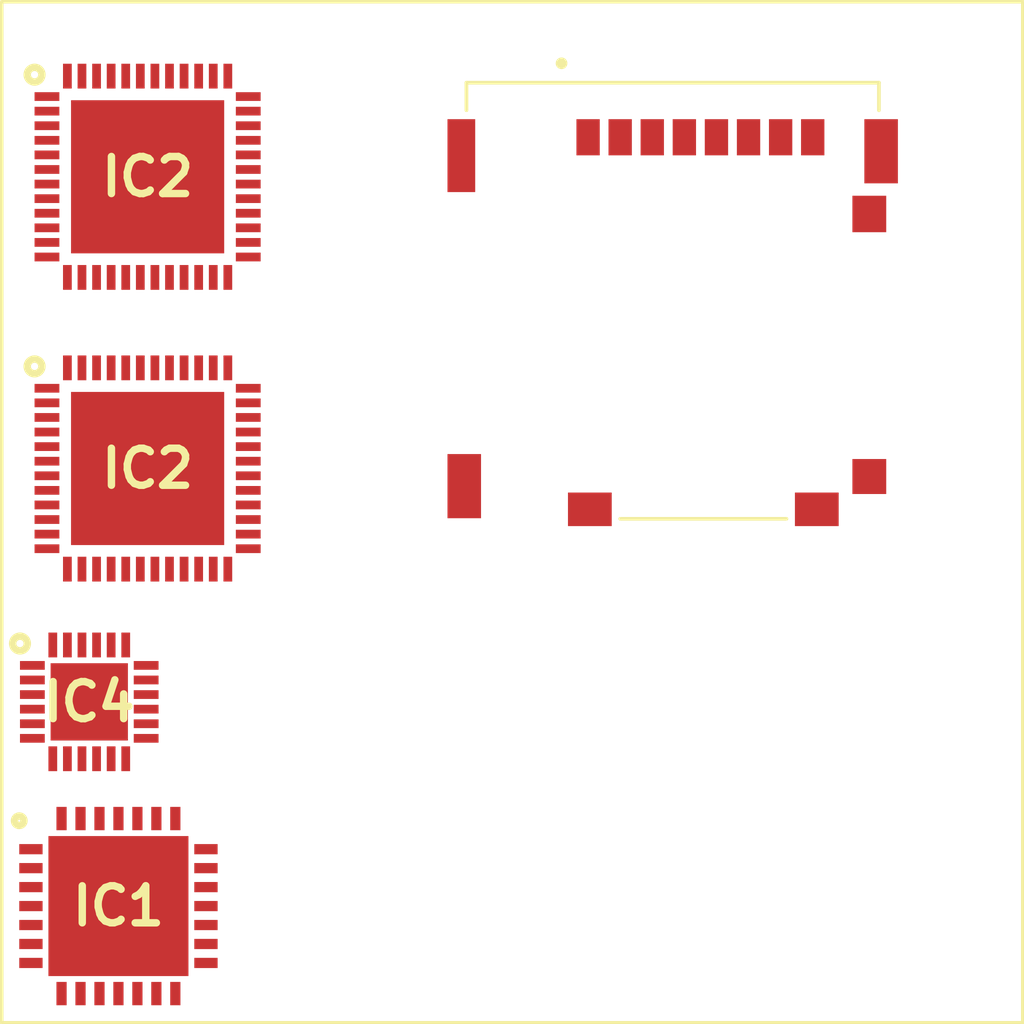
<source format=kicad_pcb>
(kicad_pcb (version 20171130) (host pcbnew "(5.1.4-0-10_14)")

  (general
    (thickness 0.6)
    (drawings 4)
    (tracks 0)
    (zones 0)
    (modules 5)
    (nets 115)
  )

  (page A4)
  (title_block
    (title "Project Title")
  )

  (layers
    (0 Top signal)
    (31 Bottom signal)
    (32 B.Adhes user)
    (33 F.Adhes user)
    (34 B.Paste user)
    (35 F.Paste user)
    (36 B.SilkS user)
    (37 F.SilkS user)
    (38 B.Mask user)
    (39 F.Mask user)
    (40 Dwgs.User user)
    (41 Cmts.User user)
    (42 Eco1.User user)
    (43 Eco2.User user)
    (44 Edge.Cuts user)
    (45 Margin user)
    (46 B.CrtYd user)
    (47 F.CrtYd user)
    (48 B.Fab user)
    (49 F.Fab user)
  )

  (setup
    (last_trace_width 0.0889)
    (user_trace_width 0.0889)
    (user_trace_width 0.127)
    (user_trace_width 0.1524)
    (user_trace_width 0.254)
    (user_trace_width 0.3302)
    (user_trace_width 0.508)
    (user_trace_width 0.54864)
    (user_trace_width 0.6096)
    (user_trace_width 1.27)
    (trace_clearance 0.127)
    (zone_clearance 0.127)
    (zone_45_only yes)
    (trace_min 0.0889)
    (via_size 0.45)
    (via_drill 0.3)
    (via_min_size 0.45)
    (via_min_drill 0.25)
    (user_via 0.45 0.3)
    (user_via 0.6 0.4)
    (user_via 0.6858 0.3302)
    (user_via 0.762 0.4064)
    (user_via 0.8636 0.508)
    (uvia_size 0.3)
    (uvia_drill 0.1)
    (uvias_allowed no)
    (uvia_min_size 0.2)
    (uvia_min_drill 0.1)
    (edge_width 0.15)
    (segment_width 0.2)
    (pcb_text_width 0.3)
    (pcb_text_size 1.5 1.5)
    (mod_edge_width 0.15)
    (mod_text_size 1 1)
    (mod_text_width 0.15)
    (pad_size 10.16 10.16)
    (pad_drill 0)
    (pad_to_mask_clearance 0.0254)
    (pad_to_paste_clearance -0.0254)
    (aux_axis_origin 0 0)
    (visible_elements 7FFDFF7F)
    (pcbplotparams
      (layerselection 0x010fc_ffffffff)
      (usegerberextensions false)
      (usegerberattributes true)
      (usegerberadvancedattributes false)
      (creategerberjobfile false)
      (excludeedgelayer false)
      (linewidth 0.100000)
      (plotframeref false)
      (viasonmask false)
      (mode 1)
      (useauxorigin true)
      (hpglpennumber 1)
      (hpglpenspeed 20)
      (hpglpendiameter 15.000000)
      (psnegative false)
      (psa4output false)
      (plotreference true)
      (plotvalue true)
      (plotinvisibletext false)
      (padsonsilk false)
      (subtractmaskfromsilk false)
      (outputformat 1)
      (mirror false)
      (drillshape 0)
      (scaleselection 1)
      (outputdirectory "./gerber/"))
  )

  (net 0 "")
  (net 1 "Net-(IC1-Pad29)")
  (net 2 "Net-(IC1-Pad28)")
  (net 3 "Net-(IC1-Pad27)")
  (net 4 "Net-(IC1-Pad26)")
  (net 5 "Net-(IC1-Pad25)")
  (net 6 "Net-(IC1-Pad24)")
  (net 7 "Net-(IC1-Pad23)")
  (net 8 "Net-(IC1-Pad22)")
  (net 9 "Net-(IC1-Pad21)")
  (net 10 "Net-(IC1-Pad20)")
  (net 11 "Net-(IC1-Pad19)")
  (net 12 "Net-(IC1-Pad18)")
  (net 13 "Net-(IC1-Pad17)")
  (net 14 "Net-(IC1-Pad16)")
  (net 15 "Net-(IC1-Pad15)")
  (net 16 "Net-(IC1-Pad14)")
  (net 17 "Net-(IC1-Pad13)")
  (net 18 "Net-(IC1-Pad12)")
  (net 19 "Net-(IC1-Pad11)")
  (net 20 "Net-(IC1-Pad10)")
  (net 21 "Net-(IC1-Pad9)")
  (net 22 "Net-(IC1-Pad8)")
  (net 23 "Net-(IC1-Pad7)")
  (net 24 "Net-(IC1-Pad6)")
  (net 25 "Net-(IC1-Pad5)")
  (net 26 "Net-(IC1-Pad4)")
  (net 27 "Net-(IC1-Pad3)")
  (net 28 "Net-(IC1-Pad2)")
  (net 29 "Net-(IC1-Pad1)")
  (net 30 "Net-(IC2-Pad49)")
  (net 31 "Net-(IC2-Pad48)")
  (net 32 "Net-(IC2-Pad47)")
  (net 33 "Net-(IC2-Pad46)")
  (net 34 "Net-(IC2-Pad45)")
  (net 35 "Net-(IC2-Pad44)")
  (net 36 "Net-(IC2-Pad43)")
  (net 37 "Net-(IC2-Pad42)")
  (net 38 "Net-(IC2-Pad41)")
  (net 39 "Net-(IC2-Pad40)")
  (net 40 "Net-(IC2-Pad39)")
  (net 41 "Net-(IC2-Pad38)")
  (net 42 "Net-(IC2-Pad37)")
  (net 43 "Net-(IC2-Pad36)")
  (net 44 "Net-(IC2-Pad35)")
  (net 45 "Net-(IC2-Pad34)")
  (net 46 "Net-(IC2-Pad33)")
  (net 47 "Net-(IC2-Pad32)")
  (net 48 "Net-(IC2-Pad31)")
  (net 49 "Net-(IC2-Pad30)")
  (net 50 "Net-(IC2-Pad29)")
  (net 51 "Net-(IC2-Pad28)")
  (net 52 "Net-(IC2-Pad27)")
  (net 53 "Net-(IC2-Pad26)")
  (net 54 "Net-(IC2-Pad25)")
  (net 55 "Net-(IC2-Pad24)")
  (net 56 "Net-(IC2-Pad23)")
  (net 57 "Net-(IC2-Pad22)")
  (net 58 "Net-(IC2-Pad21)")
  (net 59 "Net-(IC2-Pad20)")
  (net 60 "Net-(IC2-Pad19)")
  (net 61 "Net-(IC2-Pad18)")
  (net 62 "Net-(IC2-Pad17)")
  (net 63 "Net-(IC2-Pad16)")
  (net 64 "Net-(IC2-Pad15)")
  (net 65 "Net-(IC2-Pad14)")
  (net 66 "Net-(IC2-Pad13)")
  (net 67 "Net-(IC2-Pad12)")
  (net 68 "Net-(IC2-Pad11)")
  (net 69 "Net-(IC2-Pad10)")
  (net 70 "Net-(IC2-Pad9)")
  (net 71 "Net-(IC2-Pad8)")
  (net 72 "Net-(IC2-Pad7)")
  (net 73 "Net-(IC2-Pad6)")
  (net 74 "Net-(IC2-Pad5)")
  (net 75 "Net-(IC2-Pad4)")
  (net 76 "Net-(IC2-Pad3)")
  (net 77 "Net-(IC2-Pad2)")
  (net 78 "Net-(IC2-Pad1)")
  (net 79 "Net-(IC4-Pad25)")
  (net 80 "Net-(IC4-Pad24)")
  (net 81 "Net-(IC4-Pad23)")
  (net 82 "Net-(IC4-Pad22)")
  (net 83 "Net-(IC4-Pad21)")
  (net 84 "Net-(IC4-Pad20)")
  (net 85 "Net-(IC4-Pad19)")
  (net 86 "Net-(IC4-Pad18)")
  (net 87 "Net-(IC4-Pad17)")
  (net 88 "Net-(IC4-Pad16)")
  (net 89 "Net-(IC4-Pad15)")
  (net 90 "Net-(IC4-Pad14)")
  (net 91 "Net-(IC4-Pad13)")
  (net 92 "Net-(IC4-Pad12)")
  (net 93 "Net-(IC4-Pad11)")
  (net 94 "Net-(IC4-Pad10)")
  (net 95 "Net-(IC4-Pad9)")
  (net 96 "Net-(IC4-Pad8)")
  (net 97 "Net-(IC4-Pad7)")
  (net 98 "Net-(IC4-Pad6)")
  (net 99 "Net-(IC4-Pad5)")
  (net 100 "Net-(IC4-Pad4)")
  (net 101 "Net-(IC4-Pad3)")
  (net 102 "Net-(IC4-Pad2)")
  (net 103 "Net-(IC4-Pad1)")
  (net 104 "Net-(J1-PadP1)")
  (net 105 "Net-(J1-PadDT)")
  (net 106 "Net-(J1-PadSW)")
  (net 107 "Net-(J1-Pad8)")
  (net 108 "Net-(J1-Pad7)")
  (net 109 "Net-(J1-Pad6)")
  (net 110 "Net-(J1-Pad5)")
  (net 111 "Net-(J1-Pad4)")
  (net 112 "Net-(J1-Pad3)")
  (net 113 "Net-(J1-Pad2)")
  (net 114 "Net-(J1-Pad1)")

  (net_class Default "This is the default net class."
    (clearance 0.127)
    (trace_width 0.0889)
    (via_dia 0.45)
    (via_drill 0.3)
    (uvia_dia 0.3)
    (uvia_drill 0.1)
    (add_net "Net-(IC1-Pad1)")
    (add_net "Net-(IC1-Pad10)")
    (add_net "Net-(IC1-Pad11)")
    (add_net "Net-(IC1-Pad12)")
    (add_net "Net-(IC1-Pad13)")
    (add_net "Net-(IC1-Pad14)")
    (add_net "Net-(IC1-Pad15)")
    (add_net "Net-(IC1-Pad16)")
    (add_net "Net-(IC1-Pad17)")
    (add_net "Net-(IC1-Pad18)")
    (add_net "Net-(IC1-Pad19)")
    (add_net "Net-(IC1-Pad2)")
    (add_net "Net-(IC1-Pad20)")
    (add_net "Net-(IC1-Pad21)")
    (add_net "Net-(IC1-Pad22)")
    (add_net "Net-(IC1-Pad23)")
    (add_net "Net-(IC1-Pad24)")
    (add_net "Net-(IC1-Pad25)")
    (add_net "Net-(IC1-Pad26)")
    (add_net "Net-(IC1-Pad27)")
    (add_net "Net-(IC1-Pad28)")
    (add_net "Net-(IC1-Pad29)")
    (add_net "Net-(IC1-Pad3)")
    (add_net "Net-(IC1-Pad4)")
    (add_net "Net-(IC1-Pad5)")
    (add_net "Net-(IC1-Pad6)")
    (add_net "Net-(IC1-Pad7)")
    (add_net "Net-(IC1-Pad8)")
    (add_net "Net-(IC1-Pad9)")
    (add_net "Net-(IC2-Pad1)")
    (add_net "Net-(IC2-Pad10)")
    (add_net "Net-(IC2-Pad11)")
    (add_net "Net-(IC2-Pad12)")
    (add_net "Net-(IC2-Pad13)")
    (add_net "Net-(IC2-Pad14)")
    (add_net "Net-(IC2-Pad15)")
    (add_net "Net-(IC2-Pad16)")
    (add_net "Net-(IC2-Pad17)")
    (add_net "Net-(IC2-Pad18)")
    (add_net "Net-(IC2-Pad19)")
    (add_net "Net-(IC2-Pad2)")
    (add_net "Net-(IC2-Pad20)")
    (add_net "Net-(IC2-Pad21)")
    (add_net "Net-(IC2-Pad22)")
    (add_net "Net-(IC2-Pad23)")
    (add_net "Net-(IC2-Pad24)")
    (add_net "Net-(IC2-Pad25)")
    (add_net "Net-(IC2-Pad26)")
    (add_net "Net-(IC2-Pad27)")
    (add_net "Net-(IC2-Pad28)")
    (add_net "Net-(IC2-Pad29)")
    (add_net "Net-(IC2-Pad3)")
    (add_net "Net-(IC2-Pad30)")
    (add_net "Net-(IC2-Pad31)")
    (add_net "Net-(IC2-Pad32)")
    (add_net "Net-(IC2-Pad33)")
    (add_net "Net-(IC2-Pad34)")
    (add_net "Net-(IC2-Pad35)")
    (add_net "Net-(IC2-Pad36)")
    (add_net "Net-(IC2-Pad37)")
    (add_net "Net-(IC2-Pad38)")
    (add_net "Net-(IC2-Pad39)")
    (add_net "Net-(IC2-Pad4)")
    (add_net "Net-(IC2-Pad40)")
    (add_net "Net-(IC2-Pad41)")
    (add_net "Net-(IC2-Pad42)")
    (add_net "Net-(IC2-Pad43)")
    (add_net "Net-(IC2-Pad44)")
    (add_net "Net-(IC2-Pad45)")
    (add_net "Net-(IC2-Pad46)")
    (add_net "Net-(IC2-Pad47)")
    (add_net "Net-(IC2-Pad48)")
    (add_net "Net-(IC2-Pad49)")
    (add_net "Net-(IC2-Pad5)")
    (add_net "Net-(IC2-Pad6)")
    (add_net "Net-(IC2-Pad7)")
    (add_net "Net-(IC2-Pad8)")
    (add_net "Net-(IC2-Pad9)")
    (add_net "Net-(IC4-Pad1)")
    (add_net "Net-(IC4-Pad10)")
    (add_net "Net-(IC4-Pad11)")
    (add_net "Net-(IC4-Pad12)")
    (add_net "Net-(IC4-Pad13)")
    (add_net "Net-(IC4-Pad14)")
    (add_net "Net-(IC4-Pad15)")
    (add_net "Net-(IC4-Pad16)")
    (add_net "Net-(IC4-Pad17)")
    (add_net "Net-(IC4-Pad18)")
    (add_net "Net-(IC4-Pad19)")
    (add_net "Net-(IC4-Pad2)")
    (add_net "Net-(IC4-Pad20)")
    (add_net "Net-(IC4-Pad21)")
    (add_net "Net-(IC4-Pad22)")
    (add_net "Net-(IC4-Pad23)")
    (add_net "Net-(IC4-Pad24)")
    (add_net "Net-(IC4-Pad25)")
    (add_net "Net-(IC4-Pad3)")
    (add_net "Net-(IC4-Pad4)")
    (add_net "Net-(IC4-Pad5)")
    (add_net "Net-(IC4-Pad6)")
    (add_net "Net-(IC4-Pad7)")
    (add_net "Net-(IC4-Pad8)")
    (add_net "Net-(IC4-Pad9)")
    (add_net "Net-(J1-Pad1)")
    (add_net "Net-(J1-Pad2)")
    (add_net "Net-(J1-Pad3)")
    (add_net "Net-(J1-Pad4)")
    (add_net "Net-(J1-Pad5)")
    (add_net "Net-(J1-Pad6)")
    (add_net "Net-(J1-Pad7)")
    (add_net "Net-(J1-Pad8)")
    (add_net "Net-(J1-PadDT)")
    (add_net "Net-(J1-PadP1)")
    (add_net "Net-(J1-PadSW)")
  )

  (net_class PCC ""
    (clearance 0.127)
    (trace_width 0.0889)
    (via_dia 0.45)
    (via_drill 0.3)
    (uvia_dia 0.3)
    (uvia_drill 0.1)
  )

  (net_class PWR ""
    (clearance 0.127)
    (trace_width 0.0889)
    (via_dia 0.45)
    (via_drill 0.3)
    (uvia_dia 0.3)
    (uvia_drill 0.1)
  )

  (module modules:MOLEX_503182-1852 (layer Top) (tedit 0) (tstamp 5DA52FB0)
    (at 93 91)
    (path /5DA5232C)
    (fp_text reference J1 (at -8.027259 6.773 90) (layer F.SilkS) hide
      (effects (font (size 1.210602 1.210602) (thickness 0.101945)) (justify left bottom))
    )
    (fp_text value 503182-1852 (at 9.285231 6.775709 -90) (layer F.Fab)
      (effects (font (size 1.211098 1.211098) (thickness 0.096887)) (justify right top))
    )
    (fp_circle (center -3.81 -8.89) (end -3.71 -8.89) (layer F.SilkS) (width 0.2))
    (fp_line (start -1.8 6.725) (end 3.9 6.725) (layer F.SilkS) (width 0.127))
    (fp_line (start 7.07 -8.225) (end 7.07 -7.28) (layer F.SilkS) (width 0.127))
    (fp_line (start -7.07 -8.225) (end 7.07 -8.225) (layer F.SilkS) (width 0.127))
    (fp_line (start -7.07 -7.28) (end -7.07 -8.225) (layer F.SilkS) (width 0.127))
    (fp_line (start -8 -8.5) (end -8 7.25) (layer Dwgs.User) (width 0.05))
    (fp_line (start 8 -8.5) (end -8 -8.5) (layer Dwgs.User) (width 0.05))
    (fp_line (start 8 7.25) (end 8 -8.5) (layer Dwgs.User) (width 0.05))
    (fp_line (start -8 7.25) (end 8 7.25) (layer Dwgs.User) (width 0.05))
    (fp_line (start -7.07 6.725) (end -7.07 -8.225) (layer F.Fab) (width 0.127))
    (fp_line (start 7.07 6.725) (end -7.07 6.725) (layer F.Fab) (width 0.127))
    (fp_line (start 7.07 -8.225) (end 7.07 6.725) (layer F.Fab) (width 0.127))
    (fp_line (start -7.07 -8.225) (end 7.07 -8.225) (layer F.Fab) (width 0.127))
    (fp_poly (pts (xy -3.661618 -0.727309) (xy 5.55 -0.727309) (xy 5.55 -5.485) (xy -3.661618 -5.485)) (layer Dwgs.User) (width 0))
    (fp_poly (pts (xy -3.6629 -0.727562) (xy 5.55 -0.727562) (xy 5.55 -5.485) (xy -3.6629 -5.485)) (layer Dwgs.User) (width 0))
    (fp_poly (pts (xy -3.66045 -0.727075) (xy 5.55 -0.727075) (xy 5.55 -5.485) (xy -3.66045 -5.485)) (layer Dwgs.User) (width 0))
    (fp_poly (pts (xy -3.66539 2.68629) (xy 5.55 2.68629) (xy 5.55 -0.725) (xy -3.66539 -0.725)) (layer Dwgs.User) (width 0))
    (fp_poly (pts (xy 7.09449 4.189459) (xy 7.47 4.189459) (xy 7.47 1.775) (xy 7.09449 1.775)) (layer Dwgs.User) (width 0))
    (pad P5 smd rect (at 4.94 6.4) (size 1.5 1.15) (layers Top F.Paste F.Mask)
      (net 104 "Net-(J1-PadP1)") (solder_mask_margin 0.0635))
    (pad P4 smd rect (at -2.84 6.4) (size 1.5 1.15) (layers Top F.Paste F.Mask)
      (net 104 "Net-(J1-PadP1)") (solder_mask_margin 0.0635))
    (pad P3 smd rect (at -7.145 5.605) (size 1.15 2.2) (layers Top F.Paste F.Mask)
      (net 104 "Net-(J1-PadP1)") (solder_mask_margin 0.0635))
    (pad DT smd rect (at 6.74 5.275) (size 1.16 1.2) (layers Top F.Paste F.Mask)
      (net 105 "Net-(J1-PadDT)") (solder_mask_margin 0.0635))
    (pad SW smd rect (at 6.74 -3.725) (size 1.16 1.25) (layers Top F.Paste F.Mask)
      (net 106 "Net-(J1-PadSW)") (solder_mask_margin 0.0635))
    (pad P2 smd rect (at 7.145 -5.875) (size 1.15 2.2) (layers Top F.Paste F.Mask)
      (net 104 "Net-(J1-PadP1)") (solder_mask_margin 0.0635))
    (pad P1 smd rect (at -7.245 -5.725) (size 0.95 2.5) (layers Top F.Paste F.Mask)
      (net 104 "Net-(J1-PadP1)") (solder_mask_margin 0.0635))
    (pad 8 smd rect (at 4.8 -6.355) (size 0.8 1.24) (layers Top F.Paste F.Mask)
      (net 107 "Net-(J1-Pad8)") (solder_mask_margin 0.0635))
    (pad 7 smd rect (at 3.7 -6.355) (size 0.8 1.24) (layers Top F.Paste F.Mask)
      (net 108 "Net-(J1-Pad7)") (solder_mask_margin 0.0635))
    (pad 6 smd rect (at 2.6 -6.355) (size 0.8 1.24) (layers Top F.Paste F.Mask)
      (net 109 "Net-(J1-Pad6)") (solder_mask_margin 0.0635))
    (pad 5 smd rect (at 1.5 -6.355) (size 0.8 1.24) (layers Top F.Paste F.Mask)
      (net 110 "Net-(J1-Pad5)") (solder_mask_margin 0.0635))
    (pad 4 smd rect (at 0.4 -6.355) (size 0.8 1.24) (layers Top F.Paste F.Mask)
      (net 111 "Net-(J1-Pad4)") (solder_mask_margin 0.0635))
    (pad 3 smd rect (at -0.7 -6.355) (size 0.8 1.24) (layers Top F.Paste F.Mask)
      (net 112 "Net-(J1-Pad3)") (solder_mask_margin 0.0635))
    (pad 2 smd rect (at -1.8 -6.355) (size 0.8 1.24) (layers Top F.Paste F.Mask)
      (net 113 "Net-(J1-Pad2)") (solder_mask_margin 0.0635))
    (pad 1 smd rect (at -2.9 -6.355) (size 0.8 1.24) (layers Top F.Paste F.Mask)
      (net 114 "Net-(J1-Pad1)") (solder_mask_margin 0.0635))
  )

  (module SX1280IMLTRT:QFN50P400X400X80-25N-D (layer Top) (tedit 5DA503D4) (tstamp 5DA51989)
    (at 73 104)
    (descr "QFN 24 4X4")
    (tags "Integrated Circuit")
    (path /5DA5F0E9)
    (attr smd)
    (fp_text reference IC4 (at 0 0) (layer F.SilkS)
      (effects (font (size 1.27 1.27) (thickness 0.254)))
    )
    (fp_text value SX1280IMLTRT (at 0 0) (layer F.SilkS) hide
      (effects (font (size 1.27 1.27) (thickness 0.254)))
    )
    (fp_circle (center -2.375 -2) (end -2.25 -2) (layer F.SilkS) (width 0.254))
    (fp_line (start -2 -1.5) (end -1.5 -2) (layer Dwgs.User) (width 0.1))
    (fp_line (start -2 2) (end -2 -2) (layer Dwgs.User) (width 0.1))
    (fp_line (start 2 2) (end -2 2) (layer Dwgs.User) (width 0.1))
    (fp_line (start 2 -2) (end 2 2) (layer Dwgs.User) (width 0.1))
    (fp_line (start -2 -2) (end 2 -2) (layer Dwgs.User) (width 0.1))
    (fp_line (start -2.625 2.625) (end -2.625 -2.625) (layer Dwgs.User) (width 0.05))
    (fp_line (start 2.625 2.625) (end -2.625 2.625) (layer Dwgs.User) (width 0.05))
    (fp_line (start 2.625 -2.625) (end 2.625 2.625) (layer Dwgs.User) (width 0.05))
    (fp_line (start -2.625 -2.625) (end 2.625 -2.625) (layer Dwgs.User) (width 0.05))
    (pad 25 smd rect (at 0 0) (size 2.65 2.65) (layers Top F.Paste F.Mask)
      (net 79 "Net-(IC4-Pad25)"))
    (pad 24 smd rect (at -1.25 -1.95) (size 0.3 0.85) (layers Top F.Paste F.Mask)
      (net 80 "Net-(IC4-Pad24)"))
    (pad 23 smd rect (at -0.75 -1.95) (size 0.3 0.85) (layers Top F.Paste F.Mask)
      (net 81 "Net-(IC4-Pad23)"))
    (pad 22 smd rect (at -0.25 -1.95) (size 0.3 0.85) (layers Top F.Paste F.Mask)
      (net 82 "Net-(IC4-Pad22)"))
    (pad 21 smd rect (at 0.25 -1.95) (size 0.3 0.85) (layers Top F.Paste F.Mask)
      (net 83 "Net-(IC4-Pad21)"))
    (pad 20 smd rect (at 0.75 -1.95) (size 0.3 0.85) (layers Top F.Paste F.Mask)
      (net 84 "Net-(IC4-Pad20)"))
    (pad 19 smd rect (at 1.25 -1.95) (size 0.3 0.85) (layers Top F.Paste F.Mask)
      (net 85 "Net-(IC4-Pad19)"))
    (pad 18 smd rect (at 1.95 -1.25 90) (size 0.3 0.85) (layers Top F.Paste F.Mask)
      (net 86 "Net-(IC4-Pad18)"))
    (pad 17 smd rect (at 1.95 -0.75 90) (size 0.3 0.85) (layers Top F.Paste F.Mask)
      (net 87 "Net-(IC4-Pad17)"))
    (pad 16 smd rect (at 1.95 -0.25 90) (size 0.3 0.85) (layers Top F.Paste F.Mask)
      (net 88 "Net-(IC4-Pad16)"))
    (pad 15 smd rect (at 1.95 0.25 90) (size 0.3 0.85) (layers Top F.Paste F.Mask)
      (net 89 "Net-(IC4-Pad15)"))
    (pad 14 smd rect (at 1.95 0.75 90) (size 0.3 0.85) (layers Top F.Paste F.Mask)
      (net 90 "Net-(IC4-Pad14)"))
    (pad 13 smd rect (at 1.95 1.25 90) (size 0.3 0.85) (layers Top F.Paste F.Mask)
      (net 91 "Net-(IC4-Pad13)"))
    (pad 12 smd rect (at 1.25 1.95) (size 0.3 0.85) (layers Top F.Paste F.Mask)
      (net 92 "Net-(IC4-Pad12)"))
    (pad 11 smd rect (at 0.75 1.95) (size 0.3 0.85) (layers Top F.Paste F.Mask)
      (net 93 "Net-(IC4-Pad11)"))
    (pad 10 smd rect (at 0.25 1.95) (size 0.3 0.85) (layers Top F.Paste F.Mask)
      (net 94 "Net-(IC4-Pad10)"))
    (pad 9 smd rect (at -0.25 1.95) (size 0.3 0.85) (layers Top F.Paste F.Mask)
      (net 95 "Net-(IC4-Pad9)"))
    (pad 8 smd rect (at -0.75 1.95) (size 0.3 0.85) (layers Top F.Paste F.Mask)
      (net 96 "Net-(IC4-Pad8)"))
    (pad 7 smd rect (at -1.25 1.95) (size 0.3 0.85) (layers Top F.Paste F.Mask)
      (net 97 "Net-(IC4-Pad7)"))
    (pad 6 smd rect (at -1.95 1.25 90) (size 0.3 0.85) (layers Top F.Paste F.Mask)
      (net 98 "Net-(IC4-Pad6)"))
    (pad 5 smd rect (at -1.95 0.75 90) (size 0.3 0.85) (layers Top F.Paste F.Mask)
      (net 99 "Net-(IC4-Pad5)"))
    (pad 4 smd rect (at -1.95 0.25 90) (size 0.3 0.85) (layers Top F.Paste F.Mask)
      (net 100 "Net-(IC4-Pad4)"))
    (pad 3 smd rect (at -1.95 -0.25 90) (size 0.3 0.85) (layers Top F.Paste F.Mask)
      (net 101 "Net-(IC4-Pad3)"))
    (pad 2 smd rect (at -1.95 -0.75 90) (size 0.3 0.85) (layers Top F.Paste F.Mask)
      (net 102 "Net-(IC4-Pad2)"))
    (pad 1 smd rect (at -1.95 -1.25 90) (size 0.3 0.85) (layers Top F.Paste F.Mask)
      (net 103 "Net-(IC4-Pad1)"))
  )

  (module ATSAMD51G18A-MU:QFN50P700X700X90-49N-D (layer Top) (tedit 5DA4FAD2) (tstamp 5DA50F83)
    (at 75 96)
    (descr "48-Pin VQFN")
    (tags "Integrated Circuit")
    (path /5DA54DBE)
    (attr smd)
    (fp_text reference IC2 (at 0 0) (layer F.SilkS)
      (effects (font (size 1.27 1.27) (thickness 0.254)))
    )
    (fp_text value ATSAMD51G18A-MU (at 0 0) (layer F.SilkS) hide
      (effects (font (size 1.27 1.27) (thickness 0.254)))
    )
    (fp_circle (center -3.875 -3.5) (end -3.75 -3.5) (layer F.SilkS) (width 0.254))
    (fp_line (start -3.5 -3) (end -3 -3.5) (layer Dwgs.User) (width 0.1))
    (fp_line (start -3.5 3.5) (end -3.5 -3.5) (layer Dwgs.User) (width 0.1))
    (fp_line (start 3.5 3.5) (end -3.5 3.5) (layer Dwgs.User) (width 0.1))
    (fp_line (start 3.5 -3.5) (end 3.5 3.5) (layer Dwgs.User) (width 0.1))
    (fp_line (start -3.5 -3.5) (end 3.5 -3.5) (layer Dwgs.User) (width 0.1))
    (fp_line (start -4.125 4.125) (end -4.125 -4.125) (layer Dwgs.User) (width 0.05))
    (fp_line (start 4.125 4.125) (end -4.125 4.125) (layer Dwgs.User) (width 0.05))
    (fp_line (start 4.125 -4.125) (end 4.125 4.125) (layer Dwgs.User) (width 0.05))
    (fp_line (start -4.125 -4.125) (end 4.125 -4.125) (layer Dwgs.User) (width 0.05))
    (pad 49 smd rect (at 0 0) (size 5.25 5.25) (layers Top F.Paste F.Mask)
      (net 30 "Net-(IC2-Pad49)"))
    (pad 48 smd rect (at -2.75 -3.45) (size 0.3 0.85) (layers Top F.Paste F.Mask)
      (net 31 "Net-(IC2-Pad48)"))
    (pad 47 smd rect (at -2.25 -3.45) (size 0.3 0.85) (layers Top F.Paste F.Mask)
      (net 32 "Net-(IC2-Pad47)"))
    (pad 46 smd rect (at -1.75 -3.45) (size 0.3 0.85) (layers Top F.Paste F.Mask)
      (net 33 "Net-(IC2-Pad46)"))
    (pad 45 smd rect (at -1.25 -3.45) (size 0.3 0.85) (layers Top F.Paste F.Mask)
      (net 34 "Net-(IC2-Pad45)"))
    (pad 44 smd rect (at -0.75 -3.45) (size 0.3 0.85) (layers Top F.Paste F.Mask)
      (net 35 "Net-(IC2-Pad44)"))
    (pad 43 smd rect (at -0.25 -3.45) (size 0.3 0.85) (layers Top F.Paste F.Mask)
      (net 36 "Net-(IC2-Pad43)"))
    (pad 42 smd rect (at 0.25 -3.45) (size 0.3 0.85) (layers Top F.Paste F.Mask)
      (net 37 "Net-(IC2-Pad42)"))
    (pad 41 smd rect (at 0.75 -3.45) (size 0.3 0.85) (layers Top F.Paste F.Mask)
      (net 38 "Net-(IC2-Pad41)"))
    (pad 40 smd rect (at 1.25 -3.45) (size 0.3 0.85) (layers Top F.Paste F.Mask)
      (net 39 "Net-(IC2-Pad40)"))
    (pad 39 smd rect (at 1.75 -3.45) (size 0.3 0.85) (layers Top F.Paste F.Mask)
      (net 40 "Net-(IC2-Pad39)"))
    (pad 38 smd rect (at 2.25 -3.45) (size 0.3 0.85) (layers Top F.Paste F.Mask)
      (net 41 "Net-(IC2-Pad38)"))
    (pad 37 smd rect (at 2.75 -3.45) (size 0.3 0.85) (layers Top F.Paste F.Mask)
      (net 42 "Net-(IC2-Pad37)"))
    (pad 36 smd rect (at 3.45 -2.75 90) (size 0.3 0.85) (layers Top F.Paste F.Mask)
      (net 43 "Net-(IC2-Pad36)"))
    (pad 35 smd rect (at 3.45 -2.25 90) (size 0.3 0.85) (layers Top F.Paste F.Mask)
      (net 44 "Net-(IC2-Pad35)"))
    (pad 34 smd rect (at 3.45 -1.75 90) (size 0.3 0.85) (layers Top F.Paste F.Mask)
      (net 45 "Net-(IC2-Pad34)"))
    (pad 33 smd rect (at 3.45 -1.25 90) (size 0.3 0.85) (layers Top F.Paste F.Mask)
      (net 46 "Net-(IC2-Pad33)"))
    (pad 32 smd rect (at 3.45 -0.75 90) (size 0.3 0.85) (layers Top F.Paste F.Mask)
      (net 47 "Net-(IC2-Pad32)"))
    (pad 31 smd rect (at 3.45 -0.25 90) (size 0.3 0.85) (layers Top F.Paste F.Mask)
      (net 48 "Net-(IC2-Pad31)"))
    (pad 30 smd rect (at 3.45 0.25 90) (size 0.3 0.85) (layers Top F.Paste F.Mask)
      (net 49 "Net-(IC2-Pad30)"))
    (pad 29 smd rect (at 3.45 0.75 90) (size 0.3 0.85) (layers Top F.Paste F.Mask)
      (net 50 "Net-(IC2-Pad29)"))
    (pad 28 smd rect (at 3.45 1.25 90) (size 0.3 0.85) (layers Top F.Paste F.Mask)
      (net 51 "Net-(IC2-Pad28)"))
    (pad 27 smd rect (at 3.45 1.75 90) (size 0.3 0.85) (layers Top F.Paste F.Mask)
      (net 52 "Net-(IC2-Pad27)"))
    (pad 26 smd rect (at 3.45 2.25 90) (size 0.3 0.85) (layers Top F.Paste F.Mask)
      (net 53 "Net-(IC2-Pad26)"))
    (pad 25 smd rect (at 3.45 2.75 90) (size 0.3 0.85) (layers Top F.Paste F.Mask)
      (net 54 "Net-(IC2-Pad25)"))
    (pad 24 smd rect (at 2.75 3.45) (size 0.3 0.85) (layers Top F.Paste F.Mask)
      (net 55 "Net-(IC2-Pad24)"))
    (pad 23 smd rect (at 2.25 3.45) (size 0.3 0.85) (layers Top F.Paste F.Mask)
      (net 56 "Net-(IC2-Pad23)"))
    (pad 22 smd rect (at 1.75 3.45) (size 0.3 0.85) (layers Top F.Paste F.Mask)
      (net 57 "Net-(IC2-Pad22)"))
    (pad 21 smd rect (at 1.25 3.45) (size 0.3 0.85) (layers Top F.Paste F.Mask)
      (net 58 "Net-(IC2-Pad21)"))
    (pad 20 smd rect (at 0.75 3.45) (size 0.3 0.85) (layers Top F.Paste F.Mask)
      (net 59 "Net-(IC2-Pad20)"))
    (pad 19 smd rect (at 0.25 3.45) (size 0.3 0.85) (layers Top F.Paste F.Mask)
      (net 60 "Net-(IC2-Pad19)"))
    (pad 18 smd rect (at -0.25 3.45) (size 0.3 0.85) (layers Top F.Paste F.Mask)
      (net 61 "Net-(IC2-Pad18)"))
    (pad 17 smd rect (at -0.75 3.45) (size 0.3 0.85) (layers Top F.Paste F.Mask)
      (net 62 "Net-(IC2-Pad17)"))
    (pad 16 smd rect (at -1.25 3.45) (size 0.3 0.85) (layers Top F.Paste F.Mask)
      (net 63 "Net-(IC2-Pad16)"))
    (pad 15 smd rect (at -1.75 3.45) (size 0.3 0.85) (layers Top F.Paste F.Mask)
      (net 64 "Net-(IC2-Pad15)"))
    (pad 14 smd rect (at -2.25 3.45) (size 0.3 0.85) (layers Top F.Paste F.Mask)
      (net 65 "Net-(IC2-Pad14)"))
    (pad 13 smd rect (at -2.75 3.45) (size 0.3 0.85) (layers Top F.Paste F.Mask)
      (net 66 "Net-(IC2-Pad13)"))
    (pad 12 smd rect (at -3.45 2.75 90) (size 0.3 0.85) (layers Top F.Paste F.Mask)
      (net 67 "Net-(IC2-Pad12)"))
    (pad 11 smd rect (at -3.45 2.25 90) (size 0.3 0.85) (layers Top F.Paste F.Mask)
      (net 68 "Net-(IC2-Pad11)"))
    (pad 10 smd rect (at -3.45 1.75 90) (size 0.3 0.85) (layers Top F.Paste F.Mask)
      (net 69 "Net-(IC2-Pad10)"))
    (pad 9 smd rect (at -3.45 1.25 90) (size 0.3 0.85) (layers Top F.Paste F.Mask)
      (net 70 "Net-(IC2-Pad9)"))
    (pad 8 smd rect (at -3.45 0.75 90) (size 0.3 0.85) (layers Top F.Paste F.Mask)
      (net 71 "Net-(IC2-Pad8)"))
    (pad 7 smd rect (at -3.45 0.25 90) (size 0.3 0.85) (layers Top F.Paste F.Mask)
      (net 72 "Net-(IC2-Pad7)"))
    (pad 6 smd rect (at -3.45 -0.25 90) (size 0.3 0.85) (layers Top F.Paste F.Mask)
      (net 73 "Net-(IC2-Pad6)"))
    (pad 5 smd rect (at -3.45 -0.75 90) (size 0.3 0.85) (layers Top F.Paste F.Mask)
      (net 74 "Net-(IC2-Pad5)"))
    (pad 4 smd rect (at -3.45 -1.25 90) (size 0.3 0.85) (layers Top F.Paste F.Mask)
      (net 75 "Net-(IC2-Pad4)"))
    (pad 3 smd rect (at -3.45 -1.75 90) (size 0.3 0.85) (layers Top F.Paste F.Mask)
      (net 76 "Net-(IC2-Pad3)"))
    (pad 2 smd rect (at -3.45 -2.25 90) (size 0.3 0.85) (layers Top F.Paste F.Mask)
      (net 77 "Net-(IC2-Pad2)"))
    (pad 1 smd rect (at -3.45 -2.75 90) (size 0.3 0.85) (layers Top F.Paste F.Mask)
      (net 78 "Net-(IC2-Pad1)"))
  )

  (module ATSAMD51G18A-MU:QFN50P700X700X90-49N-D (layer Top) (tedit 5DA4FAD2) (tstamp 5DA510AA)
    (at 75 86)
    (descr "48-Pin VQFN")
    (tags "Integrated Circuit")
    (path /5DA537C1)
    (attr smd)
    (fp_text reference IC2 (at 0 0) (layer F.SilkS)
      (effects (font (size 1.27 1.27) (thickness 0.254)))
    )
    (fp_text value ATSAMD51G18A-MU (at 0 0) (layer F.SilkS) hide
      (effects (font (size 1.27 1.27) (thickness 0.254)))
    )
    (fp_circle (center -3.875 -3.5) (end -3.75 -3.5) (layer F.SilkS) (width 0.254))
    (fp_line (start -3.5 -3) (end -3 -3.5) (layer Dwgs.User) (width 0.1))
    (fp_line (start -3.5 3.5) (end -3.5 -3.5) (layer Dwgs.User) (width 0.1))
    (fp_line (start 3.5 3.5) (end -3.5 3.5) (layer Dwgs.User) (width 0.1))
    (fp_line (start 3.5 -3.5) (end 3.5 3.5) (layer Dwgs.User) (width 0.1))
    (fp_line (start -3.5 -3.5) (end 3.5 -3.5) (layer Dwgs.User) (width 0.1))
    (fp_line (start -4.125 4.125) (end -4.125 -4.125) (layer Dwgs.User) (width 0.05))
    (fp_line (start 4.125 4.125) (end -4.125 4.125) (layer Dwgs.User) (width 0.05))
    (fp_line (start 4.125 -4.125) (end 4.125 4.125) (layer Dwgs.User) (width 0.05))
    (fp_line (start -4.125 -4.125) (end 4.125 -4.125) (layer Dwgs.User) (width 0.05))
    (pad 49 smd rect (at 0 0) (size 5.25 5.25) (layers Top F.Paste F.Mask)
      (net 30 "Net-(IC2-Pad49)"))
    (pad 48 smd rect (at -2.75 -3.45) (size 0.3 0.85) (layers Top F.Paste F.Mask)
      (net 31 "Net-(IC2-Pad48)"))
    (pad 47 smd rect (at -2.25 -3.45) (size 0.3 0.85) (layers Top F.Paste F.Mask)
      (net 32 "Net-(IC2-Pad47)"))
    (pad 46 smd rect (at -1.75 -3.45) (size 0.3 0.85) (layers Top F.Paste F.Mask)
      (net 33 "Net-(IC2-Pad46)"))
    (pad 45 smd rect (at -1.25 -3.45) (size 0.3 0.85) (layers Top F.Paste F.Mask)
      (net 34 "Net-(IC2-Pad45)"))
    (pad 44 smd rect (at -0.75 -3.45) (size 0.3 0.85) (layers Top F.Paste F.Mask)
      (net 35 "Net-(IC2-Pad44)"))
    (pad 43 smd rect (at -0.25 -3.45) (size 0.3 0.85) (layers Top F.Paste F.Mask)
      (net 36 "Net-(IC2-Pad43)"))
    (pad 42 smd rect (at 0.25 -3.45) (size 0.3 0.85) (layers Top F.Paste F.Mask)
      (net 37 "Net-(IC2-Pad42)"))
    (pad 41 smd rect (at 0.75 -3.45) (size 0.3 0.85) (layers Top F.Paste F.Mask)
      (net 38 "Net-(IC2-Pad41)"))
    (pad 40 smd rect (at 1.25 -3.45) (size 0.3 0.85) (layers Top F.Paste F.Mask)
      (net 39 "Net-(IC2-Pad40)"))
    (pad 39 smd rect (at 1.75 -3.45) (size 0.3 0.85) (layers Top F.Paste F.Mask)
      (net 40 "Net-(IC2-Pad39)"))
    (pad 38 smd rect (at 2.25 -3.45) (size 0.3 0.85) (layers Top F.Paste F.Mask)
      (net 41 "Net-(IC2-Pad38)"))
    (pad 37 smd rect (at 2.75 -3.45) (size 0.3 0.85) (layers Top F.Paste F.Mask)
      (net 42 "Net-(IC2-Pad37)"))
    (pad 36 smd rect (at 3.45 -2.75 90) (size 0.3 0.85) (layers Top F.Paste F.Mask)
      (net 43 "Net-(IC2-Pad36)"))
    (pad 35 smd rect (at 3.45 -2.25 90) (size 0.3 0.85) (layers Top F.Paste F.Mask)
      (net 44 "Net-(IC2-Pad35)"))
    (pad 34 smd rect (at 3.45 -1.75 90) (size 0.3 0.85) (layers Top F.Paste F.Mask)
      (net 45 "Net-(IC2-Pad34)"))
    (pad 33 smd rect (at 3.45 -1.25 90) (size 0.3 0.85) (layers Top F.Paste F.Mask)
      (net 46 "Net-(IC2-Pad33)"))
    (pad 32 smd rect (at 3.45 -0.75 90) (size 0.3 0.85) (layers Top F.Paste F.Mask)
      (net 47 "Net-(IC2-Pad32)"))
    (pad 31 smd rect (at 3.45 -0.25 90) (size 0.3 0.85) (layers Top F.Paste F.Mask)
      (net 48 "Net-(IC2-Pad31)"))
    (pad 30 smd rect (at 3.45 0.25 90) (size 0.3 0.85) (layers Top F.Paste F.Mask)
      (net 49 "Net-(IC2-Pad30)"))
    (pad 29 smd rect (at 3.45 0.75 90) (size 0.3 0.85) (layers Top F.Paste F.Mask)
      (net 50 "Net-(IC2-Pad29)"))
    (pad 28 smd rect (at 3.45 1.25 90) (size 0.3 0.85) (layers Top F.Paste F.Mask)
      (net 51 "Net-(IC2-Pad28)"))
    (pad 27 smd rect (at 3.45 1.75 90) (size 0.3 0.85) (layers Top F.Paste F.Mask)
      (net 52 "Net-(IC2-Pad27)"))
    (pad 26 smd rect (at 3.45 2.25 90) (size 0.3 0.85) (layers Top F.Paste F.Mask)
      (net 53 "Net-(IC2-Pad26)"))
    (pad 25 smd rect (at 3.45 2.75 90) (size 0.3 0.85) (layers Top F.Paste F.Mask)
      (net 54 "Net-(IC2-Pad25)"))
    (pad 24 smd rect (at 2.75 3.45) (size 0.3 0.85) (layers Top F.Paste F.Mask)
      (net 55 "Net-(IC2-Pad24)"))
    (pad 23 smd rect (at 2.25 3.45) (size 0.3 0.85) (layers Top F.Paste F.Mask)
      (net 56 "Net-(IC2-Pad23)"))
    (pad 22 smd rect (at 1.75 3.45) (size 0.3 0.85) (layers Top F.Paste F.Mask)
      (net 57 "Net-(IC2-Pad22)"))
    (pad 21 smd rect (at 1.25 3.45) (size 0.3 0.85) (layers Top F.Paste F.Mask)
      (net 58 "Net-(IC2-Pad21)"))
    (pad 20 smd rect (at 0.75 3.45) (size 0.3 0.85) (layers Top F.Paste F.Mask)
      (net 59 "Net-(IC2-Pad20)"))
    (pad 19 smd rect (at 0.25 3.45) (size 0.3 0.85) (layers Top F.Paste F.Mask)
      (net 60 "Net-(IC2-Pad19)"))
    (pad 18 smd rect (at -0.25 3.45) (size 0.3 0.85) (layers Top F.Paste F.Mask)
      (net 61 "Net-(IC2-Pad18)"))
    (pad 17 smd rect (at -0.75 3.45) (size 0.3 0.85) (layers Top F.Paste F.Mask)
      (net 62 "Net-(IC2-Pad17)"))
    (pad 16 smd rect (at -1.25 3.45) (size 0.3 0.85) (layers Top F.Paste F.Mask)
      (net 63 "Net-(IC2-Pad16)"))
    (pad 15 smd rect (at -1.75 3.45) (size 0.3 0.85) (layers Top F.Paste F.Mask)
      (net 64 "Net-(IC2-Pad15)"))
    (pad 14 smd rect (at -2.25 3.45) (size 0.3 0.85) (layers Top F.Paste F.Mask)
      (net 65 "Net-(IC2-Pad14)"))
    (pad 13 smd rect (at -2.75 3.45) (size 0.3 0.85) (layers Top F.Paste F.Mask)
      (net 66 "Net-(IC2-Pad13)"))
    (pad 12 smd rect (at -3.45 2.75 90) (size 0.3 0.85) (layers Top F.Paste F.Mask)
      (net 67 "Net-(IC2-Pad12)"))
    (pad 11 smd rect (at -3.45 2.25 90) (size 0.3 0.85) (layers Top F.Paste F.Mask)
      (net 68 "Net-(IC2-Pad11)"))
    (pad 10 smd rect (at -3.45 1.75 90) (size 0.3 0.85) (layers Top F.Paste F.Mask)
      (net 69 "Net-(IC2-Pad10)"))
    (pad 9 smd rect (at -3.45 1.25 90) (size 0.3 0.85) (layers Top F.Paste F.Mask)
      (net 70 "Net-(IC2-Pad9)"))
    (pad 8 smd rect (at -3.45 0.75 90) (size 0.3 0.85) (layers Top F.Paste F.Mask)
      (net 71 "Net-(IC2-Pad8)"))
    (pad 7 smd rect (at -3.45 0.25 90) (size 0.3 0.85) (layers Top F.Paste F.Mask)
      (net 72 "Net-(IC2-Pad7)"))
    (pad 6 smd rect (at -3.45 -0.25 90) (size 0.3 0.85) (layers Top F.Paste F.Mask)
      (net 73 "Net-(IC2-Pad6)"))
    (pad 5 smd rect (at -3.45 -0.75 90) (size 0.3 0.85) (layers Top F.Paste F.Mask)
      (net 74 "Net-(IC2-Pad5)"))
    (pad 4 smd rect (at -3.45 -1.25 90) (size 0.3 0.85) (layers Top F.Paste F.Mask)
      (net 75 "Net-(IC2-Pad4)"))
    (pad 3 smd rect (at -3.45 -1.75 90) (size 0.3 0.85) (layers Top F.Paste F.Mask)
      (net 76 "Net-(IC2-Pad3)"))
    (pad 2 smd rect (at -3.45 -2.25 90) (size 0.3 0.85) (layers Top F.Paste F.Mask)
      (net 77 "Net-(IC2-Pad2)"))
    (pad 1 smd rect (at -3.45 -2.75 90) (size 0.3 0.85) (layers Top F.Paste F.Mask)
      (net 78 "Net-(IC2-Pad1)"))
  )

  (module SX1278IMLTRT:QFN65P600X600X100-29N-D (layer Top) (tedit 5DA4D8D3) (tstamp 5DA4F88A)
    (at 74 111)
    (descr "28-Lead QFN_1")
    (tags "Integrated Circuit")
    (path /5DA59880)
    (attr smd)
    (fp_text reference IC1 (at 0 0) (layer F.SilkS)
      (effects (font (size 1.27 1.27) (thickness 0.254)))
    )
    (fp_text value SX1278IMLTRT (at 0 0) (layer F.SilkS) hide
      (effects (font (size 1.27 1.27) (thickness 0.254)))
    )
    (fp_circle (center -3.4005 -2.925) (end -3.238 -2.925) (layer F.SilkS) (width 0.254))
    (fp_line (start -3 -2.35) (end -2.35 -3) (layer Dwgs.User) (width 0.1))
    (fp_line (start -3 3) (end -3 -3) (layer Dwgs.User) (width 0.1))
    (fp_line (start 3 3) (end -3 3) (layer Dwgs.User) (width 0.1))
    (fp_line (start 3 -3) (end 3 3) (layer Dwgs.User) (width 0.1))
    (fp_line (start -3 -3) (end 3 -3) (layer Dwgs.User) (width 0.1))
    (fp_line (start -3.625 3.625) (end -3.625 -3.625) (layer Dwgs.User) (width 0.05))
    (fp_line (start 3.625 3.625) (end -3.625 3.625) (layer Dwgs.User) (width 0.05))
    (fp_line (start 3.625 -3.625) (end 3.625 3.625) (layer Dwgs.User) (width 0.05))
    (fp_line (start -3.625 -3.625) (end 3.625 -3.625) (layer Dwgs.User) (width 0.05))
    (pad 29 smd rect (at 0 0) (size 4.8 4.8) (layers Top F.Paste F.Mask)
      (net 1 "Net-(IC1-Pad29)"))
    (pad 28 smd rect (at -1.95 -3) (size 0.35 0.8) (layers Top F.Paste F.Mask)
      (net 2 "Net-(IC1-Pad28)"))
    (pad 27 smd rect (at -1.3 -3) (size 0.35 0.8) (layers Top F.Paste F.Mask)
      (net 3 "Net-(IC1-Pad27)"))
    (pad 26 smd rect (at -0.65 -3) (size 0.35 0.8) (layers Top F.Paste F.Mask)
      (net 4 "Net-(IC1-Pad26)"))
    (pad 25 smd rect (at 0 -3) (size 0.35 0.8) (layers Top F.Paste F.Mask)
      (net 5 "Net-(IC1-Pad25)"))
    (pad 24 smd rect (at 0.65 -3) (size 0.35 0.8) (layers Top F.Paste F.Mask)
      (net 6 "Net-(IC1-Pad24)"))
    (pad 23 smd rect (at 1.3 -3) (size 0.35 0.8) (layers Top F.Paste F.Mask)
      (net 7 "Net-(IC1-Pad23)"))
    (pad 22 smd rect (at 1.95 -3) (size 0.35 0.8) (layers Top F.Paste F.Mask)
      (net 8 "Net-(IC1-Pad22)"))
    (pad 21 smd rect (at 3 -1.95 90) (size 0.35 0.8) (layers Top F.Paste F.Mask)
      (net 9 "Net-(IC1-Pad21)"))
    (pad 20 smd rect (at 3 -1.3 90) (size 0.35 0.8) (layers Top F.Paste F.Mask)
      (net 10 "Net-(IC1-Pad20)"))
    (pad 19 smd rect (at 3 -0.65 90) (size 0.35 0.8) (layers Top F.Paste F.Mask)
      (net 11 "Net-(IC1-Pad19)"))
    (pad 18 smd rect (at 3 0 90) (size 0.35 0.8) (layers Top F.Paste F.Mask)
      (net 12 "Net-(IC1-Pad18)"))
    (pad 17 smd rect (at 3 0.65 90) (size 0.35 0.8) (layers Top F.Paste F.Mask)
      (net 13 "Net-(IC1-Pad17)"))
    (pad 16 smd rect (at 3 1.3 90) (size 0.35 0.8) (layers Top F.Paste F.Mask)
      (net 14 "Net-(IC1-Pad16)"))
    (pad 15 smd rect (at 3 1.95 90) (size 0.35 0.8) (layers Top F.Paste F.Mask)
      (net 15 "Net-(IC1-Pad15)"))
    (pad 14 smd rect (at 1.95 3) (size 0.35 0.8) (layers Top F.Paste F.Mask)
      (net 16 "Net-(IC1-Pad14)"))
    (pad 13 smd rect (at 1.3 3) (size 0.35 0.8) (layers Top F.Paste F.Mask)
      (net 17 "Net-(IC1-Pad13)"))
    (pad 12 smd rect (at 0.65 3) (size 0.35 0.8) (layers Top F.Paste F.Mask)
      (net 18 "Net-(IC1-Pad12)"))
    (pad 11 smd rect (at 0 3) (size 0.35 0.8) (layers Top F.Paste F.Mask)
      (net 19 "Net-(IC1-Pad11)"))
    (pad 10 smd rect (at -0.65 3) (size 0.35 0.8) (layers Top F.Paste F.Mask)
      (net 20 "Net-(IC1-Pad10)"))
    (pad 9 smd rect (at -1.3 3) (size 0.35 0.8) (layers Top F.Paste F.Mask)
      (net 21 "Net-(IC1-Pad9)"))
    (pad 8 smd rect (at -1.95 3) (size 0.35 0.8) (layers Top F.Paste F.Mask)
      (net 22 "Net-(IC1-Pad8)"))
    (pad 7 smd rect (at -3 1.95 90) (size 0.35 0.8) (layers Top F.Paste F.Mask)
      (net 23 "Net-(IC1-Pad7)"))
    (pad 6 smd rect (at -3 1.3 90) (size 0.35 0.8) (layers Top F.Paste F.Mask)
      (net 24 "Net-(IC1-Pad6)"))
    (pad 5 smd rect (at -3 0.65 90) (size 0.35 0.8) (layers Top F.Paste F.Mask)
      (net 25 "Net-(IC1-Pad5)"))
    (pad 4 smd rect (at -3 0 90) (size 0.35 0.8) (layers Top F.Paste F.Mask)
      (net 26 "Net-(IC1-Pad4)"))
    (pad 3 smd rect (at -3 -0.65 90) (size 0.35 0.8) (layers Top F.Paste F.Mask)
      (net 27 "Net-(IC1-Pad3)"))
    (pad 2 smd rect (at -3 -1.3 90) (size 0.35 0.8) (layers Top F.Paste F.Mask)
      (net 28 "Net-(IC1-Pad2)"))
    (pad 1 smd rect (at -3 -1.95 90) (size 0.35 0.8) (layers Top F.Paste F.Mask)
      (net 29 "Net-(IC1-Pad1)"))
  )

  (gr_line (start 105 115) (end 105 80) (layer F.SilkS) (width 0.12) (tstamp 5DA50B3F))
  (gr_line (start 70 115) (end 105 115) (layer F.SilkS) (width 0.12))
  (gr_line (start 70 80) (end 70 115) (layer F.SilkS) (width 0.12))
  (gr_line (start 70 80) (end 105 80) (layer F.SilkS) (width 0.12))

)

</source>
